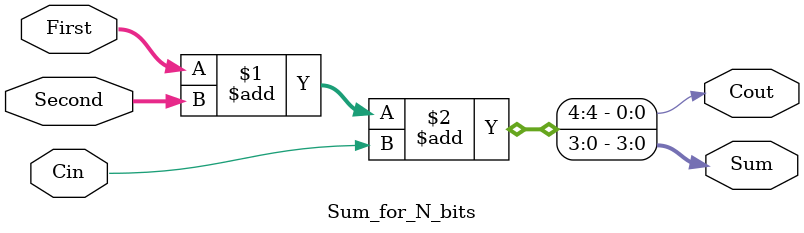
<source format=v>
module Sum_for_N_bits 
  	#(
   	 	parameter Width = 4
  	)
  	(
		input	[Width	-1:0] 		First		,
		input	[Width	-1:0]		Second		,
		input						Cin			,			
	
		output 	[Width	-1:0]		Sum			,
		output						Cout		    
  	);
  
  
	assign {Cout, Sum} = First + Second + Cin;
  
endmodule 
</source>
